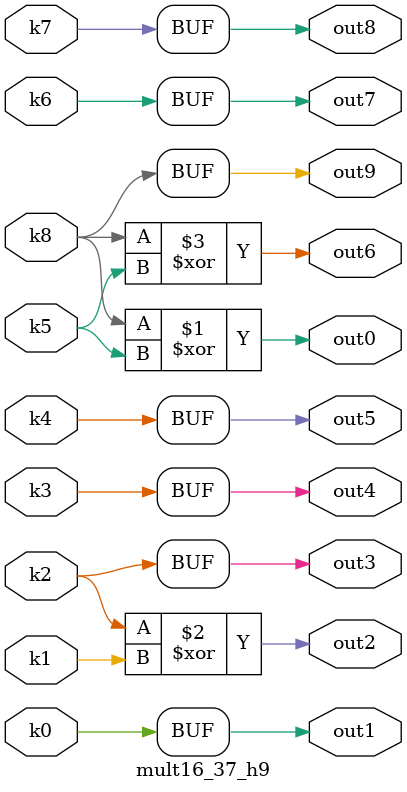
<source format=v>
module mult16_37(pi00, pi01, pi02, pi03, pi04, pi05, pi06, pi07, pi08, pi09, po00, po01, po02, po03, po04, po05, po06, po07, po08, po09);
input pi00, pi01, pi02, pi03, pi04, pi05, pi06, pi07, pi08, pi09;
output po00, po01, po02, po03, po04, po05, po06, po07, po08, po09;
wire k0, k1, k2, k3, k4, k5, k6, k7, k8;
mult16_37_w9 DUT1 (pi00, pi01, pi02, pi03, pi04, pi05, pi06, pi07, pi08, pi09, k0, k1, k2, k3, k4, k5, k6, k7, k8);
mult16_37_h9 DUT2 (k0, k1, k2, k3, k4, k5, k6, k7, k8, po00, po01, po02, po03, po04, po05, po06, po07, po08, po09);
endmodule

module mult16_37_w9(in9, in8, in7, in6, in5, in4, in3, in2, in1, in0, k8, k7, k6, k5, k4, k3, k2, k1, k0);
input in9, in8, in7, in6, in5, in4, in3, in2, in1, in0;
output k8, k7, k6, k5, k4, k3, k2, k1, k0;
assign k0 =   in1 & in7;
assign k1 =   (~in8 | (~in1 & (~in2 | ((~in3 | ~in7) & (~in6 | ~in4))))) & in0 & (~in3 | ~in7 | ~in6 | ~in4);
assign k2 =   ((~in7 | ~in3 | ~in6 | ~in4) & ((~in2 & ((in8 & in1 & in0) | (~in1 & ~in0))) | (~in8 & ~in0))) | (((in8 & in1 & in0) | (~in1 & ~in0)) & (~in7 | ~in3) & (~in6 | ~in4)) | (in2 & ((in8 & ~in1 & in0 & ((in7 & in3) | (in6 & in4))) | (in1 & ~in0 & ((in7 & in3 & (~in6 | ~in4)) | (in6 & in4 & (~in7 | ~in3)))))) | (in7 & in3 & in6 & in4 & ((in0 & (~in8 | ~in1)) | (in8 & in1 & ~in0)));
assign k3 =   ((~in5 | ~in4) & ((in7 & in2 & (~in6 | ~in3)) | (in6 & in3 & (~in7 | ~in2)))) | (in5 & in4 & (((~in6 | ~in3) & (~in7 | ~in2)) | (in7 & in6 & in3 & in2)));
assign k4 =   in5 & in4;
assign k5 =   (~in2 | ~in9) & (~in3 | ~in8) & (~in7 | ~in4);
assign k6 =   in1 & in9;
assign k7 =   ((~in6 | ~in4) & ((in8 & in2 & (~in7 | ~in3)) | (in7 & in3 & (~in8 | ~in2)))) | (in6 & in4 & (((~in7 | ~in3) & (~in8 | ~in2)) | (in8 & in7 & in3 & in2)));
assign k8 =   ((~in7 | ~in4) & ((in9 & in2 & (~in8 | ~in3)) | (in8 & in3 & (~in9 | ~in2)))) | (in7 & in4 & (((~in8 | ~in3) & (~in9 | ~in2)) | (in9 & in8 & in3 & in2)));
endmodule

module mult16_37_h9(k8, k7, k6, k5, k4, k3, k2, k1, k0, out9, out8, out7, out6, out5, out4, out3, out2, out1, out0);
input k8, k7, k6, k5, k4, k3, k2, k1, k0;
output out9, out8, out7, out6, out5, out4, out3, out2, out1, out0;
assign out0 = k8 ^ k5;
assign out1 = k0;
assign out2 = k2 ^ k1;
assign out3 = k2;
assign out4 = k3;
assign out5 = k4;
assign out6 = k8 ^ k5;
assign out7 = k6;
assign out8 = k7;
assign out9 = k8;
endmodule

</source>
